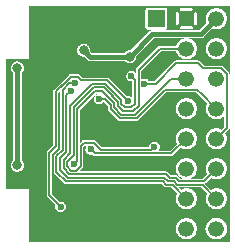
<source format=gbr>
G04 start of page 3 for group 1 idx 1 *
G04 Title: UltraNano, bottom *
G04 Creator: pcb 1.99z *
G04 CreationDate: Thu 15 Jan 2015 11:46:57 GMT UTC *
G04 For: matt *
G04 Format: Gerber/RS-274X *
G04 PCB-Dimensions (mil): 1377.95 1062.99 *
G04 PCB-Coordinate-Origin: lower left *
%MOIN*%
%FSLAX25Y25*%
%LNBOTTOM*%
%ADD34C,0.0380*%
%ADD33C,0.0118*%
%ADD32C,0.0236*%
%ADD31C,0.0315*%
%ADD30C,0.0521*%
%ADD29C,0.0157*%
%ADD28C,0.0059*%
%ADD27C,0.0001*%
G54D27*G36*
X85532Y82401D02*X90728Y87598D01*
X100780D01*
X100485Y87527D01*
X99974Y87315D01*
X99502Y87026D01*
X99081Y86667D01*
X98722Y86246D01*
X98433Y85774D01*
X98221Y85263D01*
X98172Y85060D01*
X92673D01*
X92638Y85062D01*
X92499Y85052D01*
X92363Y85019D01*
X92234Y84966D01*
X92115Y84893D01*
X92115Y84893D01*
X92009Y84802D01*
X91986Y84776D01*
X85532Y78321D01*
Y82401D01*
G37*
G36*
X111569Y60647D02*X111575Y60647D01*
X112126Y60690D01*
X112665Y60819D01*
X113176Y61031D01*
X113648Y61320D01*
X114068Y61680D01*
X114271Y61917D01*
Y58123D01*
X113354Y57206D01*
X113176Y57315D01*
X112665Y57527D01*
X112126Y57656D01*
X111575Y57700D01*
X111569Y57699D01*
Y60647D01*
G37*
G36*
Y98425D02*X116142D01*
Y19685D01*
X111569D01*
Y20548D01*
X111575Y20548D01*
X112142Y20593D01*
X112695Y20725D01*
X113221Y20943D01*
X113706Y21240D01*
X114138Y21610D01*
X114508Y22042D01*
X114805Y22527D01*
X115023Y23053D01*
X115155Y23606D01*
X115189Y24173D01*
X115155Y24740D01*
X115023Y25294D01*
X114805Y25819D01*
X114508Y26304D01*
X114138Y26737D01*
X113706Y27106D01*
X113221Y27403D01*
X112695Y27621D01*
X112142Y27754D01*
X111575Y27799D01*
X111569Y27798D01*
Y30647D01*
X111575Y30647D01*
X112126Y30690D01*
X112665Y30819D01*
X113176Y31031D01*
X113648Y31320D01*
X114068Y31680D01*
X114428Y32100D01*
X114717Y32572D01*
X114929Y33083D01*
X115058Y33622D01*
X115091Y34173D01*
X115058Y34725D01*
X114929Y35263D01*
X114717Y35774D01*
X114428Y36246D01*
X114068Y36667D01*
X113648Y37026D01*
X113176Y37315D01*
X112665Y37527D01*
X112126Y37656D01*
X111575Y37700D01*
X111569Y37699D01*
Y40647D01*
X111575Y40647D01*
X112126Y40690D01*
X112665Y40819D01*
X113176Y41031D01*
X113648Y41320D01*
X114068Y41680D01*
X114428Y42100D01*
X114717Y42572D01*
X114929Y43083D01*
X115058Y43622D01*
X115091Y44173D01*
X115058Y44725D01*
X114929Y45263D01*
X114717Y45774D01*
X114428Y46246D01*
X114068Y46667D01*
X113648Y47026D01*
X113176Y47315D01*
X112665Y47527D01*
X112126Y47656D01*
X111575Y47700D01*
X111569Y47699D01*
Y50647D01*
X111575Y50647D01*
X112126Y50690D01*
X112665Y50819D01*
X113176Y51031D01*
X113648Y51320D01*
X114068Y51680D01*
X114428Y52100D01*
X114717Y52572D01*
X114929Y53083D01*
X115058Y53622D01*
X115091Y54173D01*
X115058Y54725D01*
X114929Y55263D01*
X114717Y55774D01*
X114608Y55953D01*
X115760Y57104D01*
X115786Y57127D01*
X115877Y57233D01*
X115877Y57233D01*
X115950Y57352D01*
X116003Y57481D01*
X116036Y57617D01*
X116047Y57756D01*
X116044Y57791D01*
Y75556D01*
X116047Y75591D01*
X116036Y75729D01*
X116036Y75730D01*
X116003Y75865D01*
X115950Y75994D01*
X115877Y76113D01*
X115786Y76219D01*
X115760Y76242D01*
X113840Y78161D01*
X113818Y78188D01*
X113712Y78278D01*
X113593Y78351D01*
X113464Y78405D01*
X113328Y78437D01*
X113328Y78437D01*
X113189Y78448D01*
X113154Y78446D01*
X111569D01*
Y80647D01*
X111575Y80647D01*
X112126Y80690D01*
X112665Y80819D01*
X113176Y81031D01*
X113648Y81320D01*
X114068Y81680D01*
X114428Y82100D01*
X114717Y82572D01*
X114929Y83083D01*
X115058Y83622D01*
X115091Y84173D01*
X115058Y84725D01*
X114929Y85263D01*
X114717Y85774D01*
X114428Y86246D01*
X114068Y86667D01*
X113648Y87026D01*
X113176Y87315D01*
X112665Y87527D01*
X112126Y87656D01*
X111575Y87700D01*
X111569Y87699D01*
Y90647D01*
X111575Y90647D01*
X112126Y90690D01*
X112665Y90819D01*
X113176Y91031D01*
X113648Y91320D01*
X114068Y91680D01*
X114428Y92100D01*
X114717Y92572D01*
X114929Y93083D01*
X115058Y93622D01*
X115091Y94173D01*
X115058Y94725D01*
X114929Y95263D01*
X114717Y95774D01*
X114428Y96246D01*
X114068Y96667D01*
X113648Y97026D01*
X113176Y97315D01*
X112665Y97527D01*
X112126Y97656D01*
X111575Y97700D01*
X111569Y97699D01*
Y98425D01*
G37*
G36*
Y78446D02*X107454D01*
X105966Y79933D01*
X105944Y79959D01*
X105838Y80050D01*
X105719Y80123D01*
X105590Y80176D01*
X105454Y80209D01*
X105454Y80209D01*
X105315Y80220D01*
X105280Y80217D01*
X104636D01*
Y82440D01*
X104717Y82572D01*
X104929Y83083D01*
X105058Y83622D01*
X105091Y84173D01*
X105058Y84725D01*
X104929Y85263D01*
X104717Y85774D01*
X104636Y85907D01*
Y87598D01*
X106324D01*
X106378Y87594D01*
X106594Y87611D01*
X106594Y87611D01*
X106805Y87661D01*
X107006Y87744D01*
X107191Y87858D01*
X107356Y87999D01*
X107391Y88040D01*
X110262Y90911D01*
X110485Y90819D01*
X111023Y90690D01*
X111569Y90647D01*
Y87699D01*
X111023Y87656D01*
X110485Y87527D01*
X109974Y87315D01*
X109502Y87026D01*
X109081Y86667D01*
X108722Y86246D01*
X108433Y85774D01*
X108221Y85263D01*
X108092Y84725D01*
X108048Y84173D01*
X108092Y83622D01*
X108221Y83083D01*
X108433Y82572D01*
X108722Y82100D01*
X109081Y81680D01*
X109502Y81320D01*
X109974Y81031D01*
X110485Y80819D01*
X111023Y80690D01*
X111569Y80647D01*
Y78446D01*
G37*
G36*
Y47699D02*X111023Y47656D01*
X110485Y47527D01*
X109974Y47315D01*
X109502Y47026D01*
X109081Y46667D01*
X108722Y46246D01*
X108433Y45774D01*
X108221Y45263D01*
X108092Y44725D01*
X108048Y44173D01*
X108092Y43622D01*
X108221Y43083D01*
X108433Y42572D01*
X108542Y42394D01*
X106995Y40847D01*
X104636D01*
Y42440D01*
X104717Y42572D01*
X104929Y43083D01*
X105058Y43622D01*
X105091Y44173D01*
X105058Y44725D01*
X104929Y45263D01*
X104717Y45774D01*
X104636Y45907D01*
Y52440D01*
X104717Y52572D01*
X104929Y53083D01*
X105058Y53622D01*
X105091Y54173D01*
X105058Y54725D01*
X104929Y55263D01*
X104717Y55774D01*
X104636Y55907D01*
Y62440D01*
X104717Y62572D01*
X104929Y63083D01*
X105058Y63622D01*
X105091Y64173D01*
X105058Y64725D01*
X104929Y65263D01*
X104717Y65774D01*
X104636Y65907D01*
Y69586D01*
X104908D01*
X108542Y65953D01*
X108433Y65774D01*
X108221Y65263D01*
X108092Y64725D01*
X108048Y64173D01*
X108092Y63622D01*
X108221Y63083D01*
X108433Y62572D01*
X108722Y62100D01*
X109081Y61680D01*
X109502Y61320D01*
X109974Y61031D01*
X110485Y60819D01*
X111023Y60690D01*
X111569Y60647D01*
Y57699D01*
X111023Y57656D01*
X110485Y57527D01*
X109974Y57315D01*
X109502Y57026D01*
X109081Y56667D01*
X108722Y56246D01*
X108433Y55774D01*
X108221Y55263D01*
X108092Y54725D01*
X108048Y54173D01*
X108092Y53622D01*
X108221Y53083D01*
X108433Y52572D01*
X108722Y52100D01*
X109081Y51680D01*
X109502Y51320D01*
X109974Y51031D01*
X110485Y50819D01*
X111023Y50690D01*
X111569Y50647D01*
Y47699D01*
G37*
G36*
Y37699D02*X111023Y37656D01*
X110485Y37527D01*
X109974Y37315D01*
X109796Y37206D01*
X107808Y39194D01*
X107885Y39241D01*
X107991Y39332D01*
X108014Y39358D01*
X109796Y41140D01*
X109974Y41031D01*
X110485Y40819D01*
X111023Y40690D01*
X111569Y40647D01*
Y37699D01*
G37*
G36*
Y19685D02*X104636D01*
Y22440D01*
X104717Y22572D01*
X104929Y23083D01*
X105058Y23622D01*
X105091Y24173D01*
X105058Y24725D01*
X104929Y25263D01*
X104717Y25774D01*
X104636Y25907D01*
Y32440D01*
X104717Y32572D01*
X104929Y33083D01*
X105058Y33622D01*
X105091Y34173D01*
X105058Y34725D01*
X104929Y35263D01*
X104717Y35774D01*
X104636Y35907D01*
Y37893D01*
X106601D01*
X108542Y35953D01*
X108433Y35774D01*
X108221Y35263D01*
X108092Y34725D01*
X108048Y34173D01*
X108092Y33622D01*
X108221Y33083D01*
X108433Y32572D01*
X108722Y32100D01*
X109081Y31680D01*
X109502Y31320D01*
X109974Y31031D01*
X110485Y30819D01*
X111023Y30690D01*
X111569Y30647D01*
Y27798D01*
X111008Y27754D01*
X110455Y27621D01*
X109929Y27403D01*
X109444Y27106D01*
X109011Y26737D01*
X108642Y26304D01*
X108345Y25819D01*
X108127Y25294D01*
X107994Y24740D01*
X107949Y24173D01*
X107994Y23606D01*
X108127Y23053D01*
X108345Y22527D01*
X108642Y22042D01*
X109011Y21610D01*
X109444Y21240D01*
X109929Y20943D01*
X110455Y20725D01*
X111008Y20593D01*
X111569Y20548D01*
Y19685D01*
G37*
G36*
X104636Y98425D02*X111569D01*
Y97699D01*
X111023Y97656D01*
X110485Y97527D01*
X109974Y97315D01*
X109502Y97026D01*
X109081Y96667D01*
X108722Y96246D01*
X108433Y95774D01*
X108221Y95263D01*
X108092Y94725D01*
X108048Y94173D01*
X108092Y93622D01*
X108221Y93083D01*
X108313Y92861D01*
X105807Y90355D01*
X104636D01*
Y92020D01*
X104707Y92026D01*
X104777Y92043D01*
X104843Y92070D01*
X104904Y92107D01*
X104958Y92154D01*
X105005Y92208D01*
X105042Y92269D01*
X105070Y92335D01*
X105086Y92405D01*
X105091Y92476D01*
Y95870D01*
X105086Y95941D01*
X105070Y96011D01*
X105042Y96077D01*
X105005Y96138D01*
X104958Y96193D01*
X104904Y96239D01*
X104843Y96276D01*
X104777Y96304D01*
X104707Y96321D01*
X104636Y96326D01*
Y98425D01*
G37*
G36*
Y85907D02*X104428Y86246D01*
X104068Y86667D01*
X103648Y87026D01*
X103176Y87315D01*
X102665Y87527D01*
X102370Y87598D01*
X104636D01*
Y85907D01*
G37*
G36*
Y80217D02*X101569D01*
Y80647D01*
X101575Y80647D01*
X102126Y80690D01*
X102665Y80819D01*
X103176Y81031D01*
X103648Y81320D01*
X104068Y81680D01*
X104428Y82100D01*
X104636Y82440D01*
Y80217D01*
G37*
G36*
Y65907D02*X104428Y66246D01*
X104068Y66667D01*
X103648Y67026D01*
X103176Y67315D01*
X102665Y67527D01*
X102126Y67656D01*
X101575Y67700D01*
X101569Y67699D01*
Y69586D01*
X104636D01*
Y65907D01*
G37*
G36*
Y55907D02*X104428Y56246D01*
X104068Y56667D01*
X103648Y57026D01*
X103176Y57315D01*
X102665Y57527D01*
X102126Y57656D01*
X101575Y57700D01*
X101569Y57699D01*
Y60647D01*
X101575Y60647D01*
X102126Y60690D01*
X102665Y60819D01*
X103176Y61031D01*
X103648Y61320D01*
X104068Y61680D01*
X104428Y62100D01*
X104636Y62440D01*
Y55907D01*
G37*
G36*
Y45907D02*X104428Y46246D01*
X104068Y46667D01*
X103648Y47026D01*
X103176Y47315D01*
X102665Y47527D01*
X102126Y47656D01*
X101575Y47700D01*
X101569Y47699D01*
Y50647D01*
X101575Y50647D01*
X102126Y50690D01*
X102665Y50819D01*
X103176Y51031D01*
X103648Y51320D01*
X104068Y51680D01*
X104428Y52100D01*
X104636Y52440D01*
Y45907D01*
G37*
G36*
Y40847D02*X102732D01*
X103176Y41031D01*
X103648Y41320D01*
X104068Y41680D01*
X104428Y42100D01*
X104636Y42440D01*
Y40847D01*
G37*
G36*
Y35907D02*X104428Y36246D01*
X104068Y36667D01*
X103648Y37026D01*
X103176Y37315D01*
X102665Y37527D01*
X102126Y37656D01*
X101575Y37700D01*
X101569Y37699D01*
Y37893D01*
X104636D01*
Y35907D01*
G37*
G36*
Y25907D02*X104428Y26246D01*
X104068Y26667D01*
X103648Y27026D01*
X103176Y27315D01*
X102665Y27527D01*
X102126Y27656D01*
X101575Y27700D01*
X101569Y27699D01*
Y30647D01*
X101575Y30647D01*
X102126Y30690D01*
X102665Y30819D01*
X103176Y31031D01*
X103648Y31320D01*
X104068Y31680D01*
X104428Y32100D01*
X104636Y32440D01*
Y25907D01*
G37*
G36*
Y19685D02*X101569D01*
Y20647D01*
X101575Y20647D01*
X102126Y20690D01*
X102665Y20819D01*
X103176Y21031D01*
X103648Y21320D01*
X104068Y21680D01*
X104428Y22100D01*
X104636Y22440D01*
Y19685D01*
G37*
G36*
X101569Y98425D02*X104636D01*
Y96326D01*
X104564Y96321D01*
X104495Y96304D01*
X104429Y96276D01*
X104368Y96239D01*
X104313Y96193D01*
X104267Y96138D01*
X104229Y96077D01*
X104202Y96011D01*
X104185Y95941D01*
X104181Y95870D01*
Y92476D01*
X104185Y92405D01*
X104202Y92335D01*
X104229Y92269D01*
X104267Y92208D01*
X104313Y92154D01*
X104368Y92107D01*
X104429Y92070D01*
X104495Y92043D01*
X104564Y92026D01*
X104636Y92020D01*
Y90355D01*
X101569D01*
Y90657D01*
X103272D01*
X103343Y90662D01*
X103413Y90678D01*
X103479Y90706D01*
X103540Y90743D01*
X103594Y90790D01*
X103641Y90844D01*
X103678Y90905D01*
X103705Y90971D01*
X103722Y91041D01*
X103728Y91112D01*
X103722Y91184D01*
X103705Y91253D01*
X103678Y91319D01*
X103641Y91380D01*
X103594Y91435D01*
X103540Y91481D01*
X103479Y91519D01*
X103413Y91546D01*
X103343Y91563D01*
X103272Y91567D01*
X101569D01*
Y96780D01*
X103272D01*
X103343Y96784D01*
X103413Y96800D01*
X103479Y96828D01*
X103540Y96865D01*
X103594Y96912D01*
X103641Y96966D01*
X103678Y97027D01*
X103705Y97093D01*
X103722Y97163D01*
X103728Y97234D01*
X103722Y97306D01*
X103705Y97375D01*
X103678Y97441D01*
X103641Y97502D01*
X103594Y97557D01*
X103540Y97603D01*
X103479Y97641D01*
X103413Y97668D01*
X103343Y97685D01*
X103272Y97689D01*
X101569D01*
Y98425D01*
G37*
G36*
Y80217D02*X98263D01*
X98228Y80220D01*
X98089Y80209D01*
X97954Y80176D01*
X97825Y80123D01*
X97706Y80050D01*
X97600Y79959D01*
X97577Y79933D01*
X90971Y73327D01*
X89133D01*
X89036Y73486D01*
X88855Y73698D01*
X88643Y73879D01*
X88405Y74025D01*
X88148Y74131D01*
X87876Y74197D01*
X87598Y74218D01*
X87320Y74197D01*
X87049Y74131D01*
X86791Y74025D01*
X86554Y73879D01*
X86516Y73847D01*
Y76798D01*
X93005Y83287D01*
X98172D01*
X98221Y83083D01*
X98433Y82572D01*
X98722Y82100D01*
X99081Y81680D01*
X99502Y81320D01*
X99974Y81031D01*
X100485Y80819D01*
X101023Y80690D01*
X101569Y80647D01*
Y80217D01*
G37*
G36*
Y57699D02*X101023Y57656D01*
X100485Y57527D01*
X99974Y57315D01*
X99502Y57026D01*
X99081Y56667D01*
X98722Y56246D01*
X98433Y55774D01*
X98221Y55263D01*
X98092Y54725D01*
X98048Y54173D01*
X98092Y53622D01*
X98221Y53083D01*
X98433Y52572D01*
X98542Y52394D01*
X96247Y50099D01*
X92176D01*
X92202Y50121D01*
X92383Y50333D01*
X92529Y50571D01*
X92635Y50829D01*
X92700Y51100D01*
X92717Y51378D01*
X92700Y51656D01*
X92635Y51927D01*
X92529Y52185D01*
X92383Y52423D01*
X92202Y52635D01*
X91990Y52816D01*
X91752Y52962D01*
X91494Y53068D01*
X91223Y53134D01*
X90945Y53155D01*
X90667Y53134D01*
X90396Y53068D01*
X90138Y52962D01*
X89900Y52816D01*
X89688Y52635D01*
X89507Y52423D01*
X89361Y52185D01*
X89254Y51927D01*
X89189Y51656D01*
X89167Y51378D01*
X89175Y51280D01*
X85532D01*
Y60285D01*
X85562Y60304D01*
X85668Y60395D01*
X85691Y60421D01*
X94855Y69586D01*
X101569D01*
Y67699D01*
X101023Y67656D01*
X100485Y67527D01*
X99974Y67315D01*
X99502Y67026D01*
X99081Y66667D01*
X98722Y66246D01*
X98433Y65774D01*
X98221Y65263D01*
X98092Y64725D01*
X98048Y64173D01*
X98092Y63622D01*
X98221Y63083D01*
X98433Y62572D01*
X98722Y62100D01*
X99081Y61680D01*
X99502Y61320D01*
X99974Y61031D01*
X100485Y60819D01*
X101023Y60690D01*
X101569Y60647D01*
Y57699D01*
G37*
G36*
Y47699D02*X101023Y47656D01*
X100485Y47527D01*
X99974Y47315D01*
X99502Y47026D01*
X99081Y46667D01*
X98722Y46246D01*
X98433Y45774D01*
X98221Y45263D01*
X98092Y44725D01*
X98048Y44173D01*
X98092Y43622D01*
X98221Y43083D01*
X98433Y42572D01*
X98722Y42100D01*
X99081Y41680D01*
X99502Y41320D01*
X99974Y41031D01*
X100418Y40847D01*
X99580D01*
X98683Y41744D01*
X98660Y41771D01*
X98554Y41861D01*
X98435Y41934D01*
X98306Y41987D01*
X98171Y42020D01*
X98170Y42020D01*
X98032Y42031D01*
X97997Y42028D01*
X96430D01*
X95533Y42925D01*
X95511Y42952D01*
X95405Y43042D01*
X95286Y43115D01*
X95157Y43169D01*
X95021Y43201D01*
X95021Y43201D01*
X94882Y43212D01*
X94847Y43209D01*
X85532D01*
Y48326D01*
X96580D01*
X96614Y48323D01*
X96753Y48334D01*
X96753Y48334D01*
X96889Y48367D01*
X97018Y48420D01*
X97137Y48493D01*
X97243Y48584D01*
X97266Y48610D01*
X99796Y51140D01*
X99974Y51031D01*
X100485Y50819D01*
X101023Y50690D01*
X101569Y50647D01*
Y47699D01*
G37*
G36*
Y37699D02*X101023Y37656D01*
X100485Y37527D01*
X99974Y37315D01*
X99796Y37206D01*
X99109Y37893D01*
X101569D01*
Y37699D01*
G37*
G36*
Y19685D02*X85532D01*
Y39074D01*
X93334D01*
X94230Y38177D01*
X94253Y38151D01*
X94359Y38060D01*
X94359Y38060D01*
X94478Y37987D01*
X94607Y37934D01*
X94743Y37901D01*
X94743D01*
X94882Y37890D01*
X94917Y37893D01*
X96601D01*
X98542Y35953D01*
X98433Y35774D01*
X98221Y35263D01*
X98092Y34725D01*
X98048Y34173D01*
X98092Y33622D01*
X98221Y33083D01*
X98433Y32572D01*
X98722Y32100D01*
X99081Y31680D01*
X99502Y31320D01*
X99974Y31031D01*
X100485Y30819D01*
X101023Y30690D01*
X101569Y30647D01*
Y27699D01*
X101023Y27656D01*
X100485Y27527D01*
X99974Y27315D01*
X99502Y27026D01*
X99081Y26667D01*
X98722Y26246D01*
X98433Y25774D01*
X98221Y25263D01*
X98092Y24725D01*
X98048Y24173D01*
X98092Y23622D01*
X98221Y23083D01*
X98433Y22572D01*
X98722Y22100D01*
X99081Y21680D01*
X99502Y21320D01*
X99974Y21031D01*
X100485Y20819D01*
X101023Y20690D01*
X101569Y20647D01*
Y19685D01*
G37*
G36*
X98514Y98425D02*X101569D01*
Y97689D01*
X99878D01*
X99807Y97685D01*
X99737Y97668D01*
X99671Y97641D01*
X99610Y97603D01*
X99555Y97557D01*
X99509Y97502D01*
X99472Y97441D01*
X99444Y97375D01*
X99427Y97306D01*
X99422Y97234D01*
X99427Y97163D01*
X99444Y97093D01*
X99472Y97027D01*
X99509Y96966D01*
X99555Y96912D01*
X99610Y96865D01*
X99671Y96828D01*
X99737Y96800D01*
X99807Y96784D01*
X99878Y96780D01*
X101569D01*
Y91567D01*
X99878D01*
X99807Y91563D01*
X99737Y91546D01*
X99671Y91519D01*
X99610Y91481D01*
X99555Y91435D01*
X99509Y91380D01*
X99472Y91319D01*
X99444Y91253D01*
X99427Y91184D01*
X99422Y91112D01*
X99427Y91041D01*
X99444Y90971D01*
X99472Y90905D01*
X99509Y90844D01*
X99555Y90790D01*
X99610Y90743D01*
X99671Y90706D01*
X99737Y90678D01*
X99807Y90662D01*
X99878Y90657D01*
X101569D01*
Y90355D01*
X98514D01*
Y92020D01*
X98585Y92026D01*
X98655Y92043D01*
X98721Y92070D01*
X98782Y92107D01*
X98836Y92154D01*
X98883Y92208D01*
X98920Y92269D01*
X98948Y92335D01*
X98964Y92405D01*
X98968Y92476D01*
Y95870D01*
X98964Y95941D01*
X98948Y96011D01*
X98920Y96077D01*
X98883Y96138D01*
X98836Y96193D01*
X98782Y96239D01*
X98721Y96276D01*
X98655Y96304D01*
X98585Y96321D01*
X98514Y96326D01*
Y98425D01*
G37*
G36*
X91575D02*X98514D01*
Y96326D01*
X98442Y96321D01*
X98373Y96304D01*
X98307Y96276D01*
X98246Y96239D01*
X98191Y96193D01*
X98145Y96138D01*
X98107Y96077D01*
X98080Y96011D01*
X98063Y95941D01*
X98059Y95870D01*
Y92476D01*
X98063Y92405D01*
X98080Y92335D01*
X98107Y92269D01*
X98145Y92208D01*
X98191Y92154D01*
X98246Y92107D01*
X98307Y92070D01*
X98373Y92043D01*
X98442Y92026D01*
X98514Y92020D01*
Y90355D01*
X91575D01*
Y90535D01*
X94586Y90538D01*
X94700Y90566D01*
X94809Y90611D01*
X94910Y90672D01*
X94999Y90749D01*
X95076Y90838D01*
X95137Y90939D01*
X95182Y91048D01*
X95210Y91162D01*
X95217Y91280D01*
X95210Y97184D01*
X95182Y97299D01*
X95137Y97408D01*
X95076Y97508D01*
X94999Y97598D01*
X94910Y97674D01*
X94809Y97735D01*
X94700Y97781D01*
X94586Y97808D01*
X94469Y97815D01*
X91575Y97812D01*
Y98425D01*
G37*
G36*
X85532D02*X91575D01*
Y97812D01*
X88564Y97808D01*
X88449Y97781D01*
X88340Y97735D01*
X88240Y97674D01*
X88151Y97598D01*
X88074Y97508D01*
X88013Y97408D01*
X87967Y97299D01*
X87940Y97184D01*
X87933Y97067D01*
X87940Y91162D01*
X87967Y91048D01*
X88013Y90939D01*
X88074Y90838D01*
X88151Y90749D01*
X88240Y90672D01*
X88340Y90611D01*
X88449Y90566D01*
X88564Y90538D01*
X88681Y90531D01*
X91575Y90535D01*
Y90355D01*
X90211D01*
X90157Y90359D01*
X89941Y90342D01*
X89730Y90291D01*
X89530Y90208D01*
X89345Y90095D01*
X89180Y89954D01*
X89145Y89913D01*
X85532Y86300D01*
Y98425D01*
G37*
G36*
Y51280D02*X73399D01*
X71321Y53358D01*
X71298Y53385D01*
X71192Y53475D01*
X71073Y53548D01*
X70944Y53602D01*
X70808Y53634D01*
X70808Y53634D01*
X70669Y53645D01*
X70635Y53642D01*
X67358D01*
X67323Y53645D01*
X67184Y53634D01*
X67048Y53602D01*
X66919Y53548D01*
X66800Y53475D01*
X66694Y53385D01*
X66671Y53358D01*
X66044Y52731D01*
Y63609D01*
X71627Y69192D01*
X73058D01*
X73511Y68739D01*
X73486Y68761D01*
X73248Y68907D01*
X72990Y69013D01*
X72719Y69078D01*
X72441Y69100D01*
X72163Y69078D01*
X71892Y69013D01*
X71634Y68907D01*
X71396Y68761D01*
X71184Y68580D01*
X71003Y68368D01*
X70857Y68130D01*
X70750Y67872D01*
X70685Y67601D01*
X70663Y67323D01*
X70685Y67045D01*
X70750Y66774D01*
X70857Y66516D01*
X71003Y66278D01*
X71184Y66066D01*
X71396Y65885D01*
X71634Y65739D01*
X71892Y65632D01*
X72163Y65567D01*
X72441Y65545D01*
X72719Y65567D01*
X72990Y65632D01*
X73248Y65739D01*
X73486Y65885D01*
X73698Y66066D01*
X73879Y66278D01*
X73976Y66436D01*
X74042D01*
X75491Y64987D01*
Y64011D01*
X75489Y63976D01*
X75500Y63837D01*
X75500Y63837D01*
X75532Y63702D01*
X75586Y63573D01*
X75659Y63454D01*
X75749Y63348D01*
X75776Y63325D01*
X78679Y60421D01*
X78702Y60395D01*
X78808Y60304D01*
X78927Y60231D01*
X79056Y60178D01*
X79192Y60145D01*
X79192Y60145D01*
X79331Y60134D01*
X79365Y60137D01*
X85005D01*
X85039Y60134D01*
X85178Y60145D01*
X85178Y60145D01*
X85314Y60178D01*
X85443Y60231D01*
X85532Y60285D01*
Y51280D01*
G37*
G36*
Y43209D02*X65920D01*
X66941Y44230D01*
X66967Y44253D01*
X67058Y44359D01*
X67131Y44478D01*
X67184Y44607D01*
X67217Y44743D01*
X67228Y44882D01*
X67225Y44917D01*
Y51404D01*
X67690Y51869D01*
X68454D01*
X68428Y51847D01*
X68247Y51635D01*
X68101Y51398D01*
X67995Y51140D01*
X67929Y50869D01*
X67908Y50591D01*
X67929Y50312D01*
X67995Y50041D01*
X68101Y49784D01*
X68247Y49546D01*
X68428Y49334D01*
X68640Y49153D01*
X68878Y49007D01*
X69136Y48900D01*
X69407Y48835D01*
X69685Y48813D01*
X69963Y48835D01*
X70144Y48878D01*
X70412Y48610D01*
X70434Y48584D01*
X70540Y48493D01*
X70659Y48420D01*
X70788Y48367D01*
X70924Y48334D01*
X70924Y48334D01*
X71063Y48323D01*
X71098Y48326D01*
X85532D01*
Y43209D01*
G37*
G36*
X49213Y98425D02*X85532D01*
Y86300D01*
X82884Y83652D01*
X82677Y83669D01*
X82337Y83642D01*
X82006Y83562D01*
X81691Y83432D01*
X81400Y83254D01*
X81141Y83032D01*
X81006Y82874D01*
X70059D01*
X69477Y83457D01*
X69489Y83661D01*
X69469Y84001D01*
X69389Y84333D01*
X69259Y84648D01*
X69080Y84938D01*
X68859Y85198D01*
X68600Y85419D01*
X68309Y85597D01*
X67994Y85728D01*
X67663Y85807D01*
X67323Y85834D01*
X66983Y85807D01*
X66652Y85728D01*
X66337Y85597D01*
X66046Y85419D01*
X65787Y85198D01*
X65565Y84938D01*
X65387Y84648D01*
X65257Y84333D01*
X65177Y84001D01*
X65150Y83661D01*
X65177Y83322D01*
X65257Y82990D01*
X65387Y82675D01*
X65565Y82384D01*
X65787Y82125D01*
X66046Y81904D01*
X66337Y81726D01*
X66652Y81595D01*
X66983Y81516D01*
X67323Y81489D01*
X67530Y81505D01*
X68475Y80560D01*
X68511Y80518D01*
X68675Y80377D01*
X68860Y80264D01*
X69061Y80181D01*
X69272Y80130D01*
X69272Y80130D01*
X69488Y80113D01*
X69542Y80118D01*
X81006D01*
X81141Y79960D01*
X81400Y79738D01*
X81691Y79560D01*
X82006Y79430D01*
X82337Y79350D01*
X82677Y79324D01*
X83017Y79350D01*
X83348Y79430D01*
X83663Y79560D01*
X83954Y79738D01*
X84213Y79960D01*
X84435Y80219D01*
X84613Y80510D01*
X84743Y80825D01*
X84823Y81156D01*
X84843Y81496D01*
X84831Y81700D01*
X85532Y82401D01*
Y78321D01*
X85028Y77817D01*
X85001Y77794D01*
X84911Y77688D01*
X84838Y77569D01*
X84784Y77440D01*
X84752Y77304D01*
X84752Y77304D01*
X84741Y77165D01*
X84743Y77131D01*
Y75907D01*
X84673Y76021D01*
X84496Y76229D01*
X84289Y76406D01*
X84057Y76548D01*
X83805Y76652D01*
X83540Y76716D01*
X83268Y76738D01*
X82996Y76716D01*
X82731Y76652D01*
X82479Y76548D01*
X82246Y76406D01*
X82039Y76229D01*
X81862Y76021D01*
X81720Y75789D01*
X81615Y75537D01*
X81552Y75272D01*
X81530Y75000D01*
X81552Y74728D01*
X81615Y74463D01*
X81720Y74211D01*
X81862Y73979D01*
X82039Y73771D01*
X82246Y73594D01*
X82479Y73452D01*
X82731Y73348D01*
X82996Y73284D01*
X83268Y73262D01*
X83540Y73284D01*
X83562Y73289D01*
Y67716D01*
X83525Y67777D01*
X83343Y67989D01*
X83131Y68170D01*
X82894Y68316D01*
X82636Y68423D01*
X82365Y68488D01*
X82087Y68510D01*
X81809Y68488D01*
X81628Y68445D01*
X75848Y74224D01*
X75826Y74251D01*
X75720Y74341D01*
X75601Y74414D01*
X75472Y74468D01*
X75336Y74500D01*
X75336Y74500D01*
X75197Y74511D01*
X75162Y74509D01*
X66903D01*
X66006Y75405D01*
X65983Y75432D01*
X65877Y75523D01*
X65758Y75595D01*
X65629Y75649D01*
X65493Y75681D01*
X65493Y75681D01*
X65354Y75692D01*
X65320Y75690D01*
X63027D01*
X62992Y75692D01*
X62853Y75681D01*
X62717Y75649D01*
X62588Y75595D01*
X62469Y75523D01*
X62363Y75432D01*
X62341Y75405D01*
X57469Y70533D01*
X57442Y70511D01*
X57351Y70405D01*
X57279Y70286D01*
X57225Y70157D01*
X57193Y70021D01*
X57193Y70020D01*
X57182Y69882D01*
X57184Y69847D01*
Y51942D01*
X55303Y50061D01*
X55277Y50038D01*
X55186Y49932D01*
X55113Y49813D01*
X55060Y49684D01*
X55027Y49549D01*
X55027Y49548D01*
X55016Y49409D01*
X55019Y49375D01*
Y35271D01*
X55016Y35236D01*
X55027Y35097D01*
X55027Y35097D01*
X55060Y34961D01*
X55113Y34833D01*
X55186Y34714D01*
X55277Y34607D01*
X55303Y34585D01*
X57933Y31955D01*
X57890Y31774D01*
X57868Y31496D01*
X57890Y31218D01*
X57955Y30947D01*
X58062Y30689D01*
X58208Y30451D01*
X58389Y30239D01*
X58601Y30058D01*
X58839Y29912D01*
X59096Y29806D01*
X59368Y29740D01*
X59646Y29719D01*
X59924Y29740D01*
X60195Y29806D01*
X60453Y29912D01*
X60690Y30058D01*
X60903Y30239D01*
X61084Y30451D01*
X61229Y30689D01*
X61336Y30947D01*
X61401Y31218D01*
X61418Y31496D01*
X61401Y31774D01*
X61336Y32045D01*
X61229Y32303D01*
X61084Y32541D01*
X60903Y32753D01*
X60690Y32934D01*
X60453Y33080D01*
X60195Y33187D01*
X59924Y33252D01*
X59646Y33274D01*
X59368Y33252D01*
X59187Y33208D01*
X56792Y35603D01*
Y49042D01*
X58673Y50923D01*
X58700Y50946D01*
X58790Y51052D01*
X58863Y51171D01*
X58917Y51300D01*
X58949Y51436D01*
X58960Y51575D01*
X58957Y51610D01*
Y69515D01*
X59547Y70104D01*
Y50761D01*
X57665Y48880D01*
X57639Y48857D01*
X57548Y48751D01*
X57475Y48632D01*
X57422Y48503D01*
X57389Y48367D01*
X57389Y48367D01*
X57378Y48228D01*
X57381Y48194D01*
Y43145D01*
X57378Y43110D01*
X57389Y42971D01*
Y42971D01*
X57422Y42835D01*
X57475Y42707D01*
X57548Y42588D01*
X57548Y42588D01*
X57639Y42481D01*
X57665Y42459D01*
X60766Y39358D01*
X60789Y39332D01*
X60895Y39241D01*
X61014Y39168D01*
X61143Y39115D01*
X61278Y39082D01*
X61278Y39082D01*
X61417Y39071D01*
X61452Y39074D01*
X85532D01*
Y19685D01*
X49213D01*
Y37402D01*
X45272D01*
Y43104D01*
X45275Y43104D01*
X45615Y43130D01*
X45947Y43210D01*
X46261Y43340D01*
X46552Y43518D01*
X46811Y43740D01*
X47033Y43999D01*
X47211Y44290D01*
X47341Y44605D01*
X47421Y44936D01*
X47441Y45276D01*
X47421Y45616D01*
X47341Y45947D01*
X47211Y46262D01*
X47033Y46553D01*
X46811Y46812D01*
X46654Y46947D01*
Y76085D01*
X46812Y76220D01*
X47033Y76479D01*
X47211Y76770D01*
X47342Y77085D01*
X47421Y77416D01*
X47441Y77756D01*
X47421Y78096D01*
X47342Y78427D01*
X47211Y78742D01*
X47033Y79033D01*
X46812Y79292D01*
X46553Y79513D01*
X46262Y79692D01*
X45947Y79822D01*
X45615Y79902D01*
X45276Y79928D01*
X45272Y79928D01*
Y80709D01*
X49213D01*
Y98425D01*
G37*
G36*
X45272Y37402D02*X41339D01*
Y80709D01*
X45272D01*
Y79928D01*
X44936Y79902D01*
X44604Y79822D01*
X44289Y79692D01*
X43999Y79513D01*
X43739Y79292D01*
X43518Y79033D01*
X43340Y78742D01*
X43209Y78427D01*
X43130Y78096D01*
X43103Y77756D01*
X43130Y77416D01*
X43209Y77085D01*
X43340Y76770D01*
X43518Y76479D01*
X43739Y76220D01*
X43897Y76085D01*
Y46947D01*
X43739Y46812D01*
X43518Y46553D01*
X43340Y46262D01*
X43209Y45947D01*
X43129Y45616D01*
X43103Y45276D01*
X43129Y44936D01*
X43209Y44605D01*
X43340Y44290D01*
X43518Y43999D01*
X43739Y43740D01*
X43998Y43518D01*
X44289Y43340D01*
X44604Y43210D01*
X44935Y43130D01*
X45272Y43104D01*
Y37402D01*
G37*
G54D28*X91339Y72441D02*X98228Y79331D01*
X105315D01*
X107087Y77559D02*X105315Y79331D01*
X105276Y70472D02*X94488D01*
X101575Y74173D02*X96417D01*
X111575Y54173D02*X115157Y57756D01*
Y75591D01*
X113189Y77559D01*
X107087D01*
X111575Y64173D02*X106654Y69094D01*
X106673Y69075D02*X105276Y70472D01*
G54D29*X111575Y94173D02*X106378Y88976D01*
X90157D01*
G54D28*X83268Y64567D02*X84449Y65748D01*
X94488Y70472D02*X85039Y61024D01*
X96417Y74173D02*X84449Y62205D01*
X83858Y63386D02*X85630Y65157D01*
X84449Y65748D02*Y73819D01*
X83268Y75000D01*
X101575Y84173D02*X92638D01*
X85630Y77165D02*X92638Y84173D01*
X88189Y72441D02*X91339D01*
X85630Y65157D02*Y77165D01*
G54D29*X90157Y88976D02*X82677Y81496D01*
G54D28*X83268Y64567D02*X81102D01*
X80512Y63386D02*X83858D01*
X79921Y62205D02*X84449D01*
X79331Y61024D02*X85039D01*
X81102Y64567D02*X79921Y65748D01*
X78740Y65157D02*X80512Y63386D01*
X77559Y65945D02*Y64567D01*
X79921Y62205D01*
X76378Y65354D02*Y63976D01*
X79331Y61024D01*
X79921Y65748D02*Y67126D01*
X78740Y66535D02*Y65157D01*
X74016Y71260D02*X76969Y68307D01*
X74016Y71260D02*X78740Y66535D01*
X73425Y70079D02*X77559Y65945D01*
X72441Y67323D02*X74409D01*
X76378Y65354D01*
X74606Y72441D02*X70079D01*
X70669Y71260D02*X74016D01*
X71260Y70079D02*X73425D01*
X79921Y67126D02*X74606Y72441D01*
X82087Y66732D02*X75197Y73622D01*
G54D29*X82677Y81496D02*X69488D01*
X67323Y83661D01*
X45276Y77756D02*Y45277D01*
X45275Y45276D01*
G54D28*X101575Y34173D02*Y34252D01*
X96969Y38780D02*X101575Y34173D01*
X111575D02*X106969Y38780D01*
X98622D01*
X111575Y44173D02*X107362Y39961D01*
X99213D01*
X98031Y41142D01*
X95472Y39961D02*X94291Y41142D01*
X96063D02*X94882Y42323D01*
X94291Y41142D02*X62008D01*
X93701Y39961D02*X61417D01*
X62598Y42323D02*X94882D01*
X96969Y38780D02*X94882D01*
X98622D02*X97441Y39961D01*
X95472D01*
X98031Y41142D02*X96063D01*
X94882Y38780D02*X93701Y39961D01*
X63976Y45669D02*X65157Y46850D01*
X60630Y44291D02*Y47047D01*
X62795Y49213D01*
X66339Y44882D02*X64961Y43504D01*
X55906Y49409D02*X58071Y51575D01*
X58268Y48228D02*X60433Y50394D01*
X67323Y52756D02*X66339Y51772D01*
Y44882D01*
X71063Y49213D02*X69685Y50591D01*
X67323Y52756D02*X70669D01*
X73031Y50394D01*
X58268Y43110D02*Y48228D01*
X64961Y43504D02*X63189D01*
X61811Y44882D01*
X59449Y43701D02*Y47638D01*
X101575Y54173D02*X96614Y49213D01*
X71063D01*
X73031Y50394D02*X89961D01*
X90945Y51378D01*
X59646Y31496D02*X55906Y35236D01*
Y49409D01*
X61417Y39961D02*X58268Y43110D01*
X62598Y42323D02*X60630Y44291D01*
X62008Y41142D02*X59449Y43701D01*
X64567Y72638D02*X62598D01*
X62992Y74803D02*X59646Y71457D01*
X58071Y69882D02*X62992Y74803D01*
X62598Y72638D02*X60433Y70472D01*
X66535Y73622D02*X65354Y74803D01*
X62992D01*
X61811Y44882D02*Y46457D01*
X63976Y48622D01*
Y64567D01*
X65157Y46850D02*Y63976D01*
X62795Y65157D02*X70079Y72441D01*
X63976Y64567D02*X70669Y71260D01*
X65157Y63976D02*X71260Y70079D01*
X75197Y73622D02*X66535D01*
X58071Y51575D02*Y69882D01*
X62795Y49213D02*Y65157D01*
X59449Y47638D02*X61614Y49803D01*
Y68701D01*
X62992Y70079D01*
X60433Y50394D02*Y70472D01*
G54D30*X101575Y74173D03*
X111575D03*
X101575Y64173D03*
X111575D03*
G54D27*G36*
X98969Y96780D02*Y91567D01*
X104181D01*
Y96780D01*
X98969D01*
G37*
G54D30*X111575Y94173D03*
X101575Y84173D03*
X111575D03*
G54D27*G36*
X88681Y97067D02*Y91280D01*
X94469D01*
Y97067D01*
X88681D01*
G37*
G54D30*X101575Y54173D03*
X111575D03*
X101575Y44173D03*
Y34173D03*
Y24173D03*
X111575Y44173D03*
Y34173D03*
Y24173D03*
G54D31*X45276Y77756D03*
G54D32*X62992Y70079D03*
X64567Y72638D03*
X49213Y68898D03*
X55315Y96850D03*
G54D31*X67323Y83661D03*
G54D32*X82087Y66732D03*
X80709Y57087D03*
X83071Y88976D03*
G54D31*X82677Y81496D03*
G54D32*X87598Y72441D03*
X92126Y44488D03*
X88583Y36220D03*
X90945Y51378D03*
X91535Y62008D03*
X63976Y45669D03*
X69685Y50591D03*
X66535Y36614D03*
X72835Y57087D03*
X83268Y75000D03*
X72441Y67323D03*
X70472Y76181D03*
G54D31*X45275Y45276D03*
G54D32*X59646Y31496D03*
X43110Y39173D03*
X61024Y23622D03*
X84646D03*
G54D29*G54D33*G54D29*G54D33*G54D29*G54D33*G54D29*G54D33*G54D34*M02*

</source>
